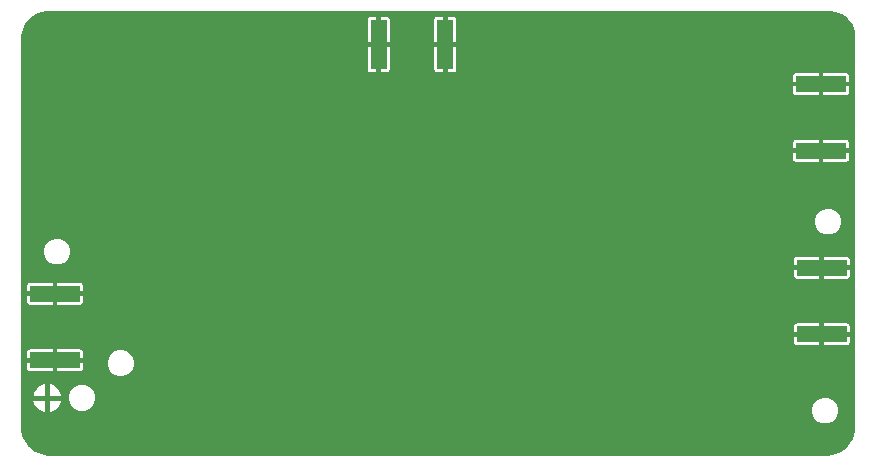
<source format=gbr>
G04 ===== Begin FILE IDENTIFICATION =====*
G04 File Format:  Gerber RS274X*
G04 ===== End FILE IDENTIFICATION =====*
%FSLAX24Y24*%
%MOMM*%
%SFA1.0000B1.0000*%
%OFA0.0B0.0*%
%ADD10C,0.025000*%
%LNcopper_bottom*%
%IPPOS*%
%LPD*%
G75*
G36*
G01X-253Y-48528D02*
G01X-244Y-48593D01*
G01X-245Y-48658D01*
G01X-224Y-48733D01*
G01X-213Y-48809D01*
G01X-187Y-48869D01*
G01X-169Y-48932D01*
G01X-168Y-48935D01*
G01X-252Y-50883D01*
G01X-250Y-50907D01*
G01X-253Y-50927D01*
G01Y-51210D01*
G01X-251Y-51230D01*
G01X-253Y-51246D01*
G01X-129Y-54758D01*
G01X-101Y-54918D01*
G01X-93Y-54994D01*
G01X1864Y-62047D01*
G01X1978Y-62308D01*
G01X1990Y-62322D01*
G01X1996Y-62336D01*
G01X6037Y-68439D01*
G01X6226Y-68652D01*
G01X6242Y-68662D01*
G01X6252Y-68674D01*
G01X11981Y-73229D01*
G01X12226Y-73373D01*
G01X12244Y-73378D01*
G01X12258Y-73386D01*
G01X19114Y-75948D01*
G01X19273Y-75983D01*
G01X19346Y-76005D01*
G01X22945Y-76446D01*
G01X23016Y-76444D01*
G01X23069Y-76453D01*
G01X683051D01*
G01X683121Y-76443D01*
G01X683175Y-76446D01*
G01X686774Y-76005D01*
G01X686931Y-75962D01*
G01X687006Y-75948D01*
G01X693862Y-73386D01*
G01X694112Y-73250D01*
G01X694125Y-73237D01*
G01X694139Y-73229D01*
G01X699868Y-68674D01*
G01X700064Y-68467D01*
G01X700072Y-68451D01*
G01X700083Y-68439D01*
G01X704124Y-62336D01*
G01X704246Y-62080D01*
G01X704249Y-62061D01*
G01X704256Y-62047D01*
G01X706213Y-54994D01*
G01X706234Y-54833D01*
G01X706249Y-54758D01*
G01X706373Y-51246D01*
G01X706371Y-51227D01*
G01X706373Y-51211D01*
G01Y-50927D01*
G01X706370Y-50903D01*
G01X706372Y-50883D01*
G01X706287Y-48920D01*
G01X706288Y-48917D01*
G01X706318Y-48859D01*
G01X706328Y-48795D01*
G01X706357Y-48710D01*
G01X706361Y-48600D01*
G01X706373Y-48528D01*
G01Y279400D01*
G01X706367Y279444D01*
G01X706370Y279480D01*
G01X706129Y282539D01*
G01X706094Y282698D01*
G01X706083Y282773D01*
G01X704192Y288593D01*
G01X704067Y288848D01*
G01X704055Y288862D01*
G01X704048Y288876D01*
G01X700451Y293826D01*
G01X700253Y294031D01*
G01X700237Y294040D01*
G01X700226Y294051D01*
G01X695276Y297648D01*
G01X695025Y297781D01*
G01X695007Y297785D01*
G01X694993Y297792D01*
G01X689173Y299683D01*
G01X689013Y299711D01*
G01X688939Y299729D01*
G01X685880Y299970D01*
G01X685835Y299967D01*
G01X685800Y299973D01*
G01X679151D01*
G01Y247726D01*
G01X698454D01*
G01X699101Y247553D01*
G01X699680Y247218D01*
G01X700153Y246745D01*
G01X700487Y246166D01*
G01X700661Y245519D01*
G01Y240466D01*
G01X698120D01*
G01Y236404D01*
G01X700661D01*
G01Y231351D01*
G01X700487Y230704D01*
G01X700153Y230125D01*
G01X699680Y229652D01*
G01X699101Y229317D01*
G01X698454Y229144D01*
G01X679151D01*
G01Y191226D01*
G01X698454D01*
G01X699101Y191053D01*
G01X699680Y190718D01*
G01X700153Y190245D01*
G01X700487Y189666D01*
G01X700661Y189019D01*
G01Y183966D01*
G01X698120D01*
G01Y179904D01*
G01X700661D01*
G01Y174851D01*
G01X700487Y174204D01*
G01X700153Y173625D01*
G01X699680Y173152D01*
G01X699101Y172817D01*
G01X698454Y172644D01*
G01X681087D01*
G01Y132843D01*
G01X685433D01*
G01X689447Y131180D01*
G01X692520Y128107D01*
G01X694183Y124093D01*
G01Y119747D01*
G01X692520Y115733D01*
G01X689447Y112660D01*
G01X685433Y110997D01*
G01X681087D01*
G01X679913Y111483D01*
G01Y92278D01*
G01X699216D01*
G01X699863Y92105D01*
G01X700442Y91770D01*
G01X700915Y91297D01*
G01X701249Y90718D01*
G01X701423Y90071D01*
G01Y85018D01*
G01X698882D01*
G01Y80956D01*
G01X701423D01*
G01Y75903D01*
G01X701249Y75256D01*
G01X700915Y74677D01*
G01X700442Y74204D01*
G01X699863Y73869D01*
G01X699216Y73696D01*
G01X679913D01*
G01Y35778D01*
G01X699216D01*
G01X699863Y35605D01*
G01X700442Y35270D01*
G01X700915Y34797D01*
G01X701249Y34218D01*
G01X701423Y33571D01*
G01Y28518D01*
G01X698882D01*
G01Y24456D01*
G01X701423D01*
G01Y19403D01*
G01X701249Y18756D01*
G01X700915Y18177D01*
G01X700442Y17704D01*
G01X699863Y17369D01*
G01X699216Y17196D01*
G01X679913D01*
G01Y19737D01*
G01X698882D01*
G01Y24456D01*
G01Y28518D01*
G01Y33237D01*
G01X679913D01*
G01Y35778D01*
G01Y73696D01*
G01Y76237D01*
G01X698882D01*
G01Y80956D01*
G01Y85018D01*
G01Y89737D01*
G01X679913D01*
G01Y92278D01*
G01Y111483D01*
G01X678547Y112049D01*
G01Y-27177D01*
G01X682893D01*
G01X686907Y-28840D01*
G01X689980Y-31913D01*
G01X691643Y-35927D01*
G01Y-40273D01*
G01X689980Y-44287D01*
G01X686907Y-47360D01*
G01X682893Y-49023D01*
G01X678547D01*
G01X674533Y-47360D01*
G01X671460Y-44287D01*
G01X669797Y-40273D01*
G01Y-35927D01*
G01X671460Y-31913D01*
G01X674533Y-28840D01*
G01X678547Y-27177D01*
G01Y112049D01*
G01X677073Y112660D01*
G01X674000Y115733D01*
G01X672337Y119747D01*
G01Y124093D01*
G01X674000Y128107D01*
G01X677073Y131180D01*
G01X681087Y132843D01*
G01Y172644D01*
G01X679151D01*
G01Y175185D01*
G01X698120D01*
G01Y179904D01*
G01Y183966D01*
G01Y188685D01*
G01X679151D01*
G01Y191226D01*
G01Y229144D01*
G01Y231685D01*
G01X698120D01*
G01Y236404D01*
G01Y240466D01*
G01Y245185D01*
G01X679151D01*
G01Y247726D01*
G01Y299973D01*
G01X655785D01*
G01Y247726D01*
G01X675089D01*
G01Y245185D01*
G01X656120D01*
G01Y240466D01*
G01X653579D01*
G01Y236404D01*
G01X656120D01*
G01Y231685D01*
G01X675089D01*
G01Y229144D01*
G01X655785D01*
G01Y191226D01*
G01X675089D01*
G01Y188685D01*
G01X656120D01*
G01Y183966D01*
G01X653579D01*
G01Y179904D01*
G01X656120D01*
G01Y175185D01*
G01X675089D01*
G01Y172644D01*
G01X656547D01*
G01Y92278D01*
G01X675851D01*
G01Y89737D01*
G01X656882D01*
G01Y85018D01*
G01X654341D01*
G01Y80956D01*
G01X656882D01*
G01Y76237D01*
G01X675851D01*
G01Y73696D01*
G01X656547D01*
G01Y35778D01*
G01X675851D01*
G01Y33237D01*
G01X656882D01*
G01Y28518D01*
G01X654341D01*
G01Y24456D01*
G01X656882D01*
G01Y19737D01*
G01X675851D01*
G01Y17196D01*
G01X656547D01*
G01X655901Y17369D01*
G01X655322Y17704D01*
G01X654849Y18177D01*
G01X654514Y18756D01*
G01X654341Y19403D01*
G01Y24456D01*
G01Y28518D01*
G01Y33571D01*
G01X654514Y34218D01*
G01X654849Y34797D01*
G01X655322Y35270D01*
G01X655901Y35605D01*
G01X656547Y35778D01*
G01Y73696D01*
G01X655901Y73869D01*
G01X655322Y74204D01*
G01X654849Y74677D01*
G01X654514Y75256D01*
G01X654341Y75903D01*
G01Y80956D01*
G01Y85018D01*
G01Y90071D01*
G01X654514Y90718D01*
G01X654849Y91297D01*
G01X655322Y91770D01*
G01X655901Y92105D01*
G01X656547Y92278D01*
G01Y172644D01*
G01X655785D01*
G01X655139Y172817D01*
G01X654560Y173152D01*
G01X654087Y173625D01*
G01X653752Y174204D01*
G01X653579Y174851D01*
G01Y179904D01*
G01Y183966D01*
G01Y189019D01*
G01X653752Y189666D01*
G01X654087Y190245D01*
G01X654560Y190718D01*
G01X655139Y191053D01*
G01X655785Y191226D01*
G01Y229144D01*
G01X655139Y229317D01*
G01X654560Y229652D01*
G01X654087Y230125D01*
G01X653752Y230704D01*
G01X653579Y231351D01*
G01Y236404D01*
G01Y240466D01*
G01Y245519D01*
G01X653752Y246166D01*
G01X654087Y246745D01*
G01X654560Y247218D01*
G01X655139Y247553D01*
G01X655785Y247726D01*
G01Y299973D01*
G01X361116D01*
G01Y295429D01*
G01X366169D01*
G01X366816Y295256D01*
G01X367395Y294921D01*
G01X367868Y294448D01*
G01X368203Y293869D01*
G01X368376Y293223D01*
G01Y273919D01*
G01X365835D01*
G01Y269857D01*
G01X368376D01*
G01Y250554D01*
G01X368203Y249907D01*
G01X367868Y249328D01*
G01X367395Y248855D01*
G01X366816Y248521D01*
G01X366169Y248347D01*
G01X361116D01*
G01Y250888D01*
G01X365835D01*
G01Y269857D01*
G01Y273919D01*
G01Y292888D01*
G01X361116D01*
G01Y295429D01*
G01Y299973D01*
G01X352001D01*
G01Y295429D01*
G01X357054D01*
G01Y292888D01*
G01X352335D01*
G01Y273919D01*
G01X349794D01*
G01Y269857D01*
G01X352335D01*
G01Y250888D01*
G01X357054D01*
G01Y248347D01*
G01X352001D01*
G01X351354Y248521D01*
G01X350775Y248855D01*
G01X350302Y249328D01*
G01X349967Y249907D01*
G01X349794Y250554D01*
G01Y269857D01*
G01Y273919D01*
G01Y293223D01*
G01X349967Y293869D01*
G01X350302Y294448D01*
G01X350775Y294921D01*
G01X351354Y295256D01*
G01X352001Y295429D01*
G01Y299973D01*
G01X304616D01*
G01Y295429D01*
G01X309669D01*
G01X310316Y295256D01*
G01X310895Y294921D01*
G01X311368Y294448D01*
G01X311703Y293869D01*
G01X311876Y293223D01*
G01Y273919D01*
G01X309335D01*
G01Y269857D01*
G01X311876D01*
G01Y250554D01*
G01X311703Y249907D01*
G01X311368Y249328D01*
G01X310895Y248855D01*
G01X310316Y248521D01*
G01X309669Y248347D01*
G01X304616D01*
G01Y250888D01*
G01X309335D01*
G01Y269857D01*
G01Y273919D01*
G01Y292888D01*
G01X304616D01*
G01Y295429D01*
G01Y299973D01*
G01X295501D01*
G01Y295429D01*
G01X300554D01*
G01Y292888D01*
G01X295835D01*
G01Y273919D01*
G01X293294D01*
G01Y269857D01*
G01X295835D01*
G01Y250888D01*
G01X300554D01*
G01Y248347D01*
G01X295501D01*
G01X294854Y248521D01*
G01X294275Y248855D01*
G01X293802Y249328D01*
G01X293467Y249907D01*
G01X293294Y250554D01*
G01Y269857D01*
G01Y273919D01*
G01Y293223D01*
G01X293467Y293869D01*
G01X293802Y294448D01*
G01X294275Y294921D01*
G01X294854Y295256D01*
G01X295501Y295429D01*
G01Y299973D01*
G01X82155D01*
G01Y12879D01*
G01X86501D01*
G01X90515Y11216D01*
G01X93588Y8143D01*
G01X95251Y4128D01*
G01Y-217D01*
G01X93588Y-4231D01*
G01X90515Y-7304D01*
G01X86501Y-8967D01*
G01X82155D01*
G01X78141Y-7304D01*
G01X75068Y-4231D01*
G01X73405Y-217D01*
G01Y4128D01*
G01X75068Y8143D01*
G01X78141Y11216D01*
G01X82155Y12879D01*
G01Y299973D01*
G01X28307D01*
G01Y107443D01*
G01X32653D01*
G01X36667Y105780D01*
G01X39740Y102707D01*
G01X41403Y98693D01*
G01Y94347D01*
G01X39740Y90333D01*
G01X36667Y87260D01*
G01X32653Y85597D01*
G01X30625D01*
G01Y70180D01*
G01X49928D01*
G01X50575Y70007D01*
G01X51154Y69672D01*
G01X51627Y69199D01*
G01X51961Y68620D01*
G01X52135Y67973D01*
G01Y62920D01*
G01X49594D01*
G01Y58858D01*
G01X52135D01*
G01Y53805D01*
G01X51961Y53158D01*
G01X51627Y52579D01*
G01X51154Y52106D01*
G01X50575Y51771D01*
G01X49928Y51598D01*
G01X30625D01*
G01Y13680D01*
G01X49928D01*
G01X50575Y13507D01*
G01X51154Y13172D01*
G01X51627Y12699D01*
G01X51961Y12120D01*
G01X52135Y11473D01*
G01Y6420D01*
G01X49594D01*
G01Y2358D01*
G01X52135D01*
G01Y-2695D01*
G01X51961Y-3342D01*
G01X51627Y-3921D01*
G01X51154Y-4394D01*
G01X50575Y-4729D01*
G01X49928Y-4902D01*
G01X49313D01*
G01Y-16357D01*
G01X53658D01*
G01X57673Y-18020D01*
G01X60746Y-21092D01*
G01X62409Y-25107D01*
G01Y-29452D01*
G01X60746Y-33467D01*
G01X57673Y-36539D01*
G01X53658Y-38202D01*
G01X49313D01*
G01X45298Y-36539D01*
G01X42226Y-33467D01*
G01X40563Y-29452D01*
G01Y-25107D01*
G01X42226Y-21092D01*
G01X45298Y-18020D01*
G01X49313Y-16357D01*
G01Y-4902D01*
G01X30625D01*
G01Y-2361D01*
G01X49594D01*
G01Y2358D01*
G01Y6420D01*
G01Y11139D01*
G01X30625D01*
G01Y13680D01*
G01Y51598D01*
G01Y54139D01*
G01X49594D01*
G01Y58858D01*
G01Y62920D01*
G01Y67639D01*
G01X30625D01*
G01Y70180D01*
G01Y85597D01*
G01X28307D01*
G01X24293Y87260D01*
G01X21220Y90333D01*
G01X19557Y94347D01*
G01Y98693D01*
G01X21220Y102707D01*
G01X24293Y105780D01*
G01X28307Y107443D01*
G01Y299973D01*
G01X27515D01*
G01X27474Y299967D01*
G01X27432Y299970D01*
G01X27333Y299948D01*
G01X27234Y299933D01*
G01X27196Y299916D01*
G01X27155Y299907D01*
G01X27088Y299868D01*
G01X26974Y299817D01*
G01X26967Y299811D01*
G01X25227Y299969D01*
G01X25175Y299967D01*
G01X25135Y299973D01*
G01X23216D01*
G01X23158Y299996D01*
G01X23022Y300007D01*
G01X22945Y300021D01*
G01X21398Y300039D01*
G01X21237Y300019D01*
G01X21161Y300014D01*
G01X14384Y298474D01*
G01X14118Y298373D01*
G01X14103Y298361D01*
G01X14089Y298356D01*
G01X8120Y294797D01*
G01X7898Y294618D01*
G01X7887Y294603D01*
G01X7876Y294593D01*
G01X7259Y293888D01*
G01Y70180D01*
G01X26563D01*
G01Y67639D01*
G01X7594D01*
G01Y62920D01*
G01X5053D01*
G01Y58858D01*
G01X7594D01*
G01Y54139D01*
G01X26563D01*
G01Y51598D01*
G01X7259D01*
G01Y13680D01*
G01X26563D01*
G01Y11139D01*
G01X7594D01*
G01Y6420D01*
G01X5053D01*
G01Y2358D01*
G01X7594D01*
G01Y-2361D01*
G01X26563D01*
G01Y-4902D01*
G01X24155D01*
G01Y-15895D01*
G01X24919Y-16016D01*
G01X26706Y-16597D01*
G01X28381Y-17450D01*
G01X29901Y-18554D01*
G01X31230Y-19883D01*
G01X32334Y-21403D01*
G01X33187Y-23078D01*
G01X33768Y-24865D01*
G01X33889Y-25629D01*
G01X24155D01*
G01Y-29692D01*
G01X33889D01*
G01X33768Y-30456D01*
G01X33187Y-32244D01*
G01X32334Y-33918D01*
G01X31230Y-35438D01*
G01X29901Y-36767D01*
G01X28381Y-37872D01*
G01X26706Y-38725D01*
G01X24919Y-39305D01*
G01X24155Y-39426D01*
G01Y-29692D01*
G01Y-25629D01*
G01Y-15895D01*
G01Y-4902D01*
G01X22123D01*
G01Y-27660D01*
G01X22124D01*
G01Y-27661D01*
G01X22123D01*
G01Y-27660D01*
G01Y-4902D01*
G01X20092D01*
G01Y-15895D01*
G01Y-25629D01*
G01X10358D01*
G01Y-29692D01*
G01X20092D01*
G01Y-39426D01*
G01X19328Y-39305D01*
G01X17540Y-38725D01*
G01X15866Y-37872D01*
G01X14346Y-36767D01*
G01X13017Y-35438D01*
G01X11912Y-33918D01*
G01X11059Y-32244D01*
G01X10479Y-30456D01*
G01X10358Y-29692D01*
G01Y-25629D01*
G01X10479Y-24865D01*
G01X11059Y-23078D01*
G01X11912Y-21403D01*
G01X13017Y-19883D01*
G01X14346Y-18554D01*
G01X15866Y-17450D01*
G01X17540Y-16597D01*
G01X19328Y-16016D01*
G01X20092Y-15895D01*
G01Y-4902D01*
G01X7259D01*
G01X6613Y-4729D01*
G01X6034Y-4394D01*
G01X5561Y-3921D01*
G01X5226Y-3342D01*
G01X5053Y-2695D01*
G01Y2358D01*
G01Y6420D01*
G01Y11473D01*
G01X5226Y12120D01*
G01X5561Y12699D01*
G01X6034Y13172D01*
G01X6613Y13507D01*
G01X7259Y13680D01*
G01Y51598D01*
G01X6613Y51771D01*
G01X6034Y52106D01*
G01X5561Y52579D01*
G01X5226Y53158D01*
G01X5053Y53805D01*
G01Y58858D01*
G01Y62920D01*
G01Y67973D01*
G01X5226Y68620D01*
G01X5561Y69199D01*
G01X6034Y69672D01*
G01X6613Y70007D01*
G01X7259Y70180D01*
G01Y293888D01*
G01X3298Y289364D01*
G01X3143Y289126D01*
G01X3137Y289108D01*
G01X3129Y289095D01*
G01X392Y282707D01*
G01X349Y282550D01*
G01X324Y282478D01*
G01X-239Y279183D01*
G01X-242Y279081D01*
G01X-253Y279012D01*
G01Y-48528D01*
G37*
M02*


</source>
